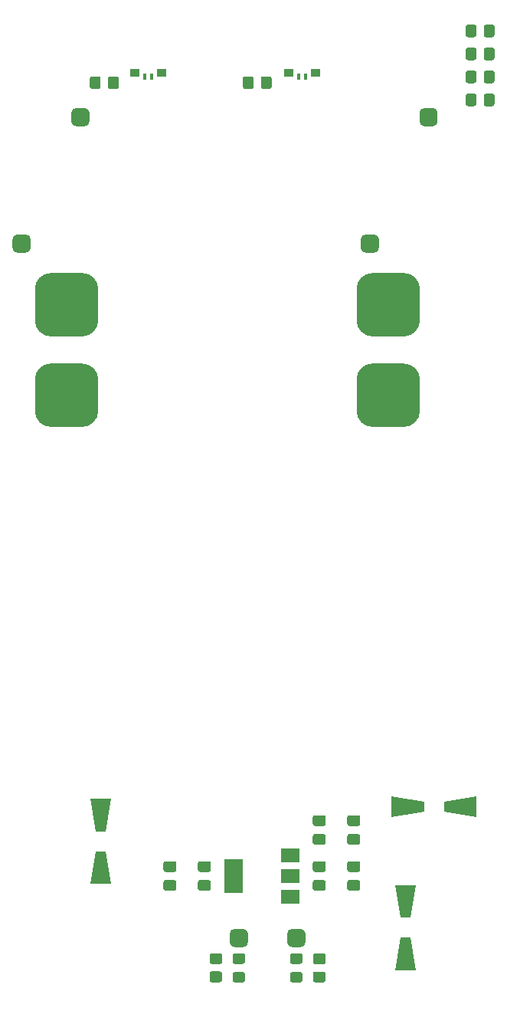
<source format=gbr>
%TF.GenerationSoftware,KiCad,Pcbnew,(5.1.12-1-10_14)*%
%TF.CreationDate,2021-12-28T18:18:38+00:00*%
%TF.ProjectId,pocket-operator-eurorack,706f636b-6574-42d6-9f70-657261746f72,rev?*%
%TF.SameCoordinates,Original*%
%TF.FileFunction,Paste,Bot*%
%TF.FilePolarity,Positive*%
%FSLAX46Y46*%
G04 Gerber Fmt 4.6, Leading zero omitted, Abs format (unit mm)*
G04 Created by KiCad (PCBNEW (5.1.12-1-10_14)) date 2021-12-28 18:18:38*
%MOMM*%
%LPD*%
G01*
G04 APERTURE LIST*
%ADD10C,0.100000*%
%ADD11R,0.400000X0.800000*%
%ADD12R,1.000000X0.900000*%
%ADD13R,2.000000X1.500000*%
%ADD14R,2.000000X3.800000*%
G04 APERTURE END LIST*
%TO.C,C1*%
G36*
G01*
X46195000Y-101150000D02*
X45245000Y-101150000D01*
G75*
G02*
X44995000Y-100900000I0J250000D01*
G01*
X44995000Y-100225000D01*
G75*
G02*
X45245000Y-99975000I250000J0D01*
G01*
X46195000Y-99975000D01*
G75*
G02*
X46445000Y-100225000I0J-250000D01*
G01*
X46445000Y-100900000D01*
G75*
G02*
X46195000Y-101150000I-250000J0D01*
G01*
G37*
G36*
G01*
X46195000Y-103225000D02*
X45245000Y-103225000D01*
G75*
G02*
X44995000Y-102975000I0J250000D01*
G01*
X44995000Y-102300000D01*
G75*
G02*
X45245000Y-102050000I250000J0D01*
G01*
X46195000Y-102050000D01*
G75*
G02*
X46445000Y-102300000I0J-250000D01*
G01*
X46445000Y-102975000D01*
G75*
G02*
X46195000Y-103225000I-250000J0D01*
G01*
G37*
%TD*%
%TO.C,C2*%
G36*
G01*
X45245000Y-96970000D02*
X46195000Y-96970000D01*
G75*
G02*
X46445000Y-97220000I0J-250000D01*
G01*
X46445000Y-97895000D01*
G75*
G02*
X46195000Y-98145000I-250000J0D01*
G01*
X45245000Y-98145000D01*
G75*
G02*
X44995000Y-97895000I0J250000D01*
G01*
X44995000Y-97220000D01*
G75*
G02*
X45245000Y-96970000I250000J0D01*
G01*
G37*
G36*
G01*
X45245000Y-94895000D02*
X46195000Y-94895000D01*
G75*
G02*
X46445000Y-95145000I0J-250000D01*
G01*
X46445000Y-95820000D01*
G75*
G02*
X46195000Y-96070000I-250000J0D01*
G01*
X45245000Y-96070000D01*
G75*
G02*
X44995000Y-95820000I0J250000D01*
G01*
X44995000Y-95145000D01*
G75*
G02*
X45245000Y-94895000I250000J0D01*
G01*
G37*
%TD*%
%TO.C,C3*%
G36*
G01*
X42385000Y-101150000D02*
X41435000Y-101150000D01*
G75*
G02*
X41185000Y-100900000I0J250000D01*
G01*
X41185000Y-100225000D01*
G75*
G02*
X41435000Y-99975000I250000J0D01*
G01*
X42385000Y-99975000D01*
G75*
G02*
X42635000Y-100225000I0J-250000D01*
G01*
X42635000Y-100900000D01*
G75*
G02*
X42385000Y-101150000I-250000J0D01*
G01*
G37*
G36*
G01*
X42385000Y-103225000D02*
X41435000Y-103225000D01*
G75*
G02*
X41185000Y-102975000I0J250000D01*
G01*
X41185000Y-102300000D01*
G75*
G02*
X41435000Y-102050000I250000J0D01*
G01*
X42385000Y-102050000D01*
G75*
G02*
X42635000Y-102300000I0J-250000D01*
G01*
X42635000Y-102975000D01*
G75*
G02*
X42385000Y-103225000I-250000J0D01*
G01*
G37*
%TD*%
%TO.C,C4*%
G36*
G01*
X41435000Y-96970000D02*
X42385000Y-96970000D01*
G75*
G02*
X42635000Y-97220000I0J-250000D01*
G01*
X42635000Y-97895000D01*
G75*
G02*
X42385000Y-98145000I-250000J0D01*
G01*
X41435000Y-98145000D01*
G75*
G02*
X41185000Y-97895000I0J250000D01*
G01*
X41185000Y-97220000D01*
G75*
G02*
X41435000Y-96970000I250000J0D01*
G01*
G37*
G36*
G01*
X41435000Y-94895000D02*
X42385000Y-94895000D01*
G75*
G02*
X42635000Y-95145000I0J-250000D01*
G01*
X42635000Y-95820000D01*
G75*
G02*
X42385000Y-96070000I-250000J0D01*
G01*
X41435000Y-96070000D01*
G75*
G02*
X41185000Y-95820000I0J250000D01*
G01*
X41185000Y-95145000D01*
G75*
G02*
X41435000Y-94895000I250000J0D01*
G01*
G37*
%TD*%
%TO.C,C5*%
G36*
G01*
X29685000Y-101150000D02*
X28735000Y-101150000D01*
G75*
G02*
X28485000Y-100900000I0J250000D01*
G01*
X28485000Y-100225000D01*
G75*
G02*
X28735000Y-99975000I250000J0D01*
G01*
X29685000Y-99975000D01*
G75*
G02*
X29935000Y-100225000I0J-250000D01*
G01*
X29935000Y-100900000D01*
G75*
G02*
X29685000Y-101150000I-250000J0D01*
G01*
G37*
G36*
G01*
X29685000Y-103225000D02*
X28735000Y-103225000D01*
G75*
G02*
X28485000Y-102975000I0J250000D01*
G01*
X28485000Y-102300000D01*
G75*
G02*
X28735000Y-102050000I250000J0D01*
G01*
X29685000Y-102050000D01*
G75*
G02*
X29935000Y-102300000I0J-250000D01*
G01*
X29935000Y-102975000D01*
G75*
G02*
X29685000Y-103225000I-250000J0D01*
G01*
G37*
%TD*%
%TO.C,C6*%
G36*
G01*
X25875000Y-101150000D02*
X24925000Y-101150000D01*
G75*
G02*
X24675000Y-100900000I0J250000D01*
G01*
X24675000Y-100225000D01*
G75*
G02*
X24925000Y-99975000I250000J0D01*
G01*
X25875000Y-99975000D01*
G75*
G02*
X26125000Y-100225000I0J-250000D01*
G01*
X26125000Y-100900000D01*
G75*
G02*
X25875000Y-101150000I-250000J0D01*
G01*
G37*
G36*
G01*
X25875000Y-103225000D02*
X24925000Y-103225000D01*
G75*
G02*
X24675000Y-102975000I0J250000D01*
G01*
X24675000Y-102300000D01*
G75*
G02*
X24925000Y-102050000I250000J0D01*
G01*
X25875000Y-102050000D01*
G75*
G02*
X26125000Y-102300000I0J-250000D01*
G01*
X26125000Y-102975000D01*
G75*
G02*
X25875000Y-103225000I-250000J0D01*
G01*
G37*
%TD*%
D10*
%TO.C,D1*%
G36*
X52585000Y-112015000D02*
G01*
X50285000Y-112015000D01*
X50885000Y-108415000D01*
X51985000Y-108415000D01*
X52585000Y-112015000D01*
G37*
G36*
X50285000Y-102615000D02*
G01*
X52585000Y-102615000D01*
X51985000Y-106215000D01*
X50885000Y-106215000D01*
X50285000Y-102615000D01*
G37*
%TD*%
%TO.C,D2*%
G36*
X49910000Y-95130000D02*
G01*
X49910000Y-92830000D01*
X53510000Y-93430000D01*
X53510000Y-94530000D01*
X49910000Y-95130000D01*
G37*
G36*
X59310000Y-92830000D02*
G01*
X59310000Y-95130000D01*
X55710000Y-94530000D01*
X55710000Y-93430000D01*
X59310000Y-92830000D01*
G37*
%TD*%
D11*
%TO.C,D3*%
X22600000Y-13335000D03*
X23400000Y-13335000D03*
D12*
X21500000Y-12885000D03*
X24500000Y-12885000D03*
%TD*%
D11*
%TO.C,D4*%
X39600000Y-13335000D03*
X40400000Y-13335000D03*
D12*
X38500000Y-12885000D03*
X41500000Y-12885000D03*
%TD*%
D10*
%TO.C,D5*%
G36*
X18930000Y-102490000D02*
G01*
X16630000Y-102490000D01*
X17230000Y-98890000D01*
X18330000Y-98890000D01*
X18930000Y-102490000D01*
G37*
G36*
X16630000Y-93090000D02*
G01*
X18930000Y-93090000D01*
X18330000Y-96690000D01*
X17230000Y-96690000D01*
X16630000Y-93090000D01*
G37*
%TD*%
%TO.C,J6*%
G36*
G01*
X8000000Y-32250000D02*
X8000000Y-31250000D01*
G75*
G02*
X8500000Y-30750000I500000J0D01*
G01*
X9500000Y-30750000D01*
G75*
G02*
X10000000Y-31250000I0J-500000D01*
G01*
X10000000Y-32250000D01*
G75*
G02*
X9500000Y-32750000I-500000J0D01*
G01*
X8500000Y-32750000D01*
G75*
G02*
X8000000Y-32250000I0J500000D01*
G01*
G37*
%TD*%
%TO.C,J7*%
G36*
G01*
X53000000Y-18280000D02*
X53000000Y-17280000D01*
G75*
G02*
X53500000Y-16780000I500000J0D01*
G01*
X54500000Y-16780000D01*
G75*
G02*
X55000000Y-17280000I0J-500000D01*
G01*
X55000000Y-18280000D01*
G75*
G02*
X54500000Y-18780000I-500000J0D01*
G01*
X53500000Y-18780000D01*
G75*
G02*
X53000000Y-18280000I0J500000D01*
G01*
G37*
%TD*%
%TO.C,J8*%
G36*
G01*
X14500000Y-18280000D02*
X14500000Y-17280000D01*
G75*
G02*
X15000000Y-16780000I500000J0D01*
G01*
X16000000Y-16780000D01*
G75*
G02*
X16500000Y-17280000I0J-500000D01*
G01*
X16500000Y-18280000D01*
G75*
G02*
X16000000Y-18780000I-500000J0D01*
G01*
X15000000Y-18780000D01*
G75*
G02*
X14500000Y-18280000I0J500000D01*
G01*
G37*
%TD*%
%TO.C,J9*%
G36*
G01*
X46500000Y-32250000D02*
X46500000Y-31250000D01*
G75*
G02*
X47000000Y-30750000I500000J0D01*
G01*
X48000000Y-30750000D01*
G75*
G02*
X48500000Y-31250000I0J-500000D01*
G01*
X48500000Y-32250000D01*
G75*
G02*
X48000000Y-32750000I-500000J0D01*
G01*
X47000000Y-32750000D01*
G75*
G02*
X46500000Y-32250000I0J500000D01*
G01*
G37*
%TD*%
%TO.C,J12*%
G36*
G01*
X10470000Y-50250000D02*
X10470000Y-46750000D01*
G75*
G02*
X12220000Y-45000000I1750000J0D01*
G01*
X15720000Y-45000000D01*
G75*
G02*
X17470000Y-46750000I0J-1750000D01*
G01*
X17470000Y-50250000D01*
G75*
G02*
X15720000Y-52000000I-1750000J0D01*
G01*
X12220000Y-52000000D01*
G75*
G02*
X10470000Y-50250000I0J1750000D01*
G01*
G37*
%TD*%
%TO.C,J13*%
G36*
G01*
X46030000Y-40250000D02*
X46030000Y-36750000D01*
G75*
G02*
X47780000Y-35000000I1750000J0D01*
G01*
X51280000Y-35000000D01*
G75*
G02*
X53030000Y-36750000I0J-1750000D01*
G01*
X53030000Y-40250000D01*
G75*
G02*
X51280000Y-42000000I-1750000J0D01*
G01*
X47780000Y-42000000D01*
G75*
G02*
X46030000Y-40250000I0J1750000D01*
G01*
G37*
%TD*%
%TO.C,J11*%
G36*
G01*
X10470000Y-40250000D02*
X10470000Y-36750000D01*
G75*
G02*
X12220000Y-35000000I1750000J0D01*
G01*
X15720000Y-35000000D01*
G75*
G02*
X17470000Y-36750000I0J-1750000D01*
G01*
X17470000Y-40250000D01*
G75*
G02*
X15720000Y-42000000I-1750000J0D01*
G01*
X12220000Y-42000000D01*
G75*
G02*
X10470000Y-40250000I0J1750000D01*
G01*
G37*
%TD*%
%TO.C,J10*%
G36*
G01*
X46030000Y-50250000D02*
X46030000Y-46750000D01*
G75*
G02*
X47780000Y-45000000I1750000J0D01*
G01*
X51280000Y-45000000D01*
G75*
G02*
X53030000Y-46750000I0J-1750000D01*
G01*
X53030000Y-50250000D01*
G75*
G02*
X51280000Y-52000000I-1750000J0D01*
G01*
X47780000Y-52000000D01*
G75*
G02*
X46030000Y-50250000I0J1750000D01*
G01*
G37*
%TD*%
%TO.C,R1*%
G36*
G01*
X59290000Y-15424999D02*
X59290000Y-16325001D01*
G75*
G02*
X59040001Y-16575000I-249999J0D01*
G01*
X58339999Y-16575000D01*
G75*
G02*
X58090000Y-16325001I0J249999D01*
G01*
X58090000Y-15424999D01*
G75*
G02*
X58339999Y-15175000I249999J0D01*
G01*
X59040001Y-15175000D01*
G75*
G02*
X59290000Y-15424999I0J-249999D01*
G01*
G37*
G36*
G01*
X61290000Y-15424999D02*
X61290000Y-16325001D01*
G75*
G02*
X61040001Y-16575000I-249999J0D01*
G01*
X60339999Y-16575000D01*
G75*
G02*
X60090000Y-16325001I0J249999D01*
G01*
X60090000Y-15424999D01*
G75*
G02*
X60339999Y-15175000I249999J0D01*
G01*
X61040001Y-15175000D01*
G75*
G02*
X61290000Y-15424999I0J-249999D01*
G01*
G37*
%TD*%
%TO.C,R2*%
G36*
G01*
X59290000Y-12884999D02*
X59290000Y-13785001D01*
G75*
G02*
X59040001Y-14035000I-249999J0D01*
G01*
X58339999Y-14035000D01*
G75*
G02*
X58090000Y-13785001I0J249999D01*
G01*
X58090000Y-12884999D01*
G75*
G02*
X58339999Y-12635000I249999J0D01*
G01*
X59040001Y-12635000D01*
G75*
G02*
X59290000Y-12884999I0J-249999D01*
G01*
G37*
G36*
G01*
X61290000Y-12884999D02*
X61290000Y-13785001D01*
G75*
G02*
X61040001Y-14035000I-249999J0D01*
G01*
X60339999Y-14035000D01*
G75*
G02*
X60090000Y-13785001I0J249999D01*
G01*
X60090000Y-12884999D01*
G75*
G02*
X60339999Y-12635000I249999J0D01*
G01*
X61040001Y-12635000D01*
G75*
G02*
X61290000Y-12884999I0J-249999D01*
G01*
G37*
%TD*%
%TO.C,R3*%
G36*
G01*
X59290000Y-10344999D02*
X59290000Y-11245001D01*
G75*
G02*
X59040001Y-11495000I-249999J0D01*
G01*
X58339999Y-11495000D01*
G75*
G02*
X58090000Y-11245001I0J249999D01*
G01*
X58090000Y-10344999D01*
G75*
G02*
X58339999Y-10095000I249999J0D01*
G01*
X59040001Y-10095000D01*
G75*
G02*
X59290000Y-10344999I0J-249999D01*
G01*
G37*
G36*
G01*
X61290000Y-10344999D02*
X61290000Y-11245001D01*
G75*
G02*
X61040001Y-11495000I-249999J0D01*
G01*
X60339999Y-11495000D01*
G75*
G02*
X60090000Y-11245001I0J249999D01*
G01*
X60090000Y-10344999D01*
G75*
G02*
X60339999Y-10095000I249999J0D01*
G01*
X61040001Y-10095000D01*
G75*
G02*
X61290000Y-10344999I0J-249999D01*
G01*
G37*
%TD*%
%TO.C,R4*%
G36*
G01*
X59290000Y-7804999D02*
X59290000Y-8705001D01*
G75*
G02*
X59040001Y-8955000I-249999J0D01*
G01*
X58339999Y-8955000D01*
G75*
G02*
X58090000Y-8705001I0J249999D01*
G01*
X58090000Y-7804999D01*
G75*
G02*
X58339999Y-7555000I249999J0D01*
G01*
X59040001Y-7555000D01*
G75*
G02*
X59290000Y-7804999I0J-249999D01*
G01*
G37*
G36*
G01*
X61290000Y-7804999D02*
X61290000Y-8705001D01*
G75*
G02*
X61040001Y-8955000I-249999J0D01*
G01*
X60339999Y-8955000D01*
G75*
G02*
X60090000Y-8705001I0J249999D01*
G01*
X60090000Y-7804999D01*
G75*
G02*
X60339999Y-7555000I249999J0D01*
G01*
X61040001Y-7555000D01*
G75*
G02*
X61290000Y-7804999I0J-249999D01*
G01*
G37*
%TD*%
%TO.C,R5*%
G36*
G01*
X17745000Y-13519999D02*
X17745000Y-14420001D01*
G75*
G02*
X17495001Y-14670000I-249999J0D01*
G01*
X16794999Y-14670000D01*
G75*
G02*
X16545000Y-14420001I0J249999D01*
G01*
X16545000Y-13519999D01*
G75*
G02*
X16794999Y-13270000I249999J0D01*
G01*
X17495001Y-13270000D01*
G75*
G02*
X17745000Y-13519999I0J-249999D01*
G01*
G37*
G36*
G01*
X19745000Y-13519999D02*
X19745000Y-14420001D01*
G75*
G02*
X19495001Y-14670000I-249999J0D01*
G01*
X18794999Y-14670000D01*
G75*
G02*
X18545000Y-14420001I0J249999D01*
G01*
X18545000Y-13519999D01*
G75*
G02*
X18794999Y-13270000I249999J0D01*
G01*
X19495001Y-13270000D01*
G75*
G02*
X19745000Y-13519999I0J-249999D01*
G01*
G37*
%TD*%
%TO.C,R6*%
G36*
G01*
X34652000Y-13519999D02*
X34652000Y-14420001D01*
G75*
G02*
X34402001Y-14670000I-249999J0D01*
G01*
X33701999Y-14670000D01*
G75*
G02*
X33452000Y-14420001I0J249999D01*
G01*
X33452000Y-13519999D01*
G75*
G02*
X33701999Y-13270000I249999J0D01*
G01*
X34402001Y-13270000D01*
G75*
G02*
X34652000Y-13519999I0J-249999D01*
G01*
G37*
G36*
G01*
X36652000Y-13519999D02*
X36652000Y-14420001D01*
G75*
G02*
X36402001Y-14670000I-249999J0D01*
G01*
X35701999Y-14670000D01*
G75*
G02*
X35452000Y-14420001I0J249999D01*
G01*
X35452000Y-13519999D01*
G75*
G02*
X35701999Y-13270000I249999J0D01*
G01*
X36402001Y-13270000D01*
G75*
G02*
X36652000Y-13519999I0J-249999D01*
G01*
G37*
%TD*%
D13*
%TO.C,U1*%
X38710000Y-99300000D03*
X38710000Y-103900000D03*
X38710000Y-101600000D03*
D14*
X32410000Y-101600000D03*
%TD*%
%TO.C,J16*%
G36*
G01*
X38370000Y-108958000D02*
X38370000Y-107958000D01*
G75*
G02*
X38870000Y-107458000I500000J0D01*
G01*
X39870000Y-107458000D01*
G75*
G02*
X40370000Y-107958000I0J-500000D01*
G01*
X40370000Y-108958000D01*
G75*
G02*
X39870000Y-109458000I-500000J0D01*
G01*
X38870000Y-109458000D01*
G75*
G02*
X38370000Y-108958000I0J500000D01*
G01*
G37*
%TD*%
%TO.C,J17*%
G36*
G01*
X32020000Y-108958000D02*
X32020000Y-107958000D01*
G75*
G02*
X32520000Y-107458000I500000J0D01*
G01*
X33520000Y-107458000D01*
G75*
G02*
X34020000Y-107958000I0J-500000D01*
G01*
X34020000Y-108958000D01*
G75*
G02*
X33520000Y-109458000I-500000J0D01*
G01*
X32520000Y-109458000D01*
G75*
G02*
X32020000Y-108958000I0J500000D01*
G01*
G37*
%TD*%
%TO.C,R7*%
G36*
G01*
X42360001Y-111360000D02*
X41459999Y-111360000D01*
G75*
G02*
X41210000Y-111110001I0J249999D01*
G01*
X41210000Y-110409999D01*
G75*
G02*
X41459999Y-110160000I249999J0D01*
G01*
X42360001Y-110160000D01*
G75*
G02*
X42610000Y-110409999I0J-249999D01*
G01*
X42610000Y-111110001D01*
G75*
G02*
X42360001Y-111360000I-249999J0D01*
G01*
G37*
G36*
G01*
X42360001Y-113360000D02*
X41459999Y-113360000D01*
G75*
G02*
X41210000Y-113110001I0J249999D01*
G01*
X41210000Y-112409999D01*
G75*
G02*
X41459999Y-112160000I249999J0D01*
G01*
X42360001Y-112160000D01*
G75*
G02*
X42610000Y-112409999I0J-249999D01*
G01*
X42610000Y-113110001D01*
G75*
G02*
X42360001Y-113360000I-249999J0D01*
G01*
G37*
%TD*%
%TO.C,R8*%
G36*
G01*
X30930001Y-111344000D02*
X30029999Y-111344000D01*
G75*
G02*
X29780000Y-111094001I0J249999D01*
G01*
X29780000Y-110393999D01*
G75*
G02*
X30029999Y-110144000I249999J0D01*
G01*
X30930001Y-110144000D01*
G75*
G02*
X31180000Y-110393999I0J-249999D01*
G01*
X31180000Y-111094001D01*
G75*
G02*
X30930001Y-111344000I-249999J0D01*
G01*
G37*
G36*
G01*
X30930001Y-113344000D02*
X30029999Y-113344000D01*
G75*
G02*
X29780000Y-113094001I0J249999D01*
G01*
X29780000Y-112393999D01*
G75*
G02*
X30029999Y-112144000I249999J0D01*
G01*
X30930001Y-112144000D01*
G75*
G02*
X31180000Y-112393999I0J-249999D01*
G01*
X31180000Y-113094001D01*
G75*
G02*
X30930001Y-113344000I-249999J0D01*
G01*
G37*
%TD*%
%TO.C,D6*%
G36*
G01*
X38919999Y-112210000D02*
X39820001Y-112210000D01*
G75*
G02*
X40070000Y-112459999I0J-249999D01*
G01*
X40070000Y-113110001D01*
G75*
G02*
X39820001Y-113360000I-249999J0D01*
G01*
X38919999Y-113360000D01*
G75*
G02*
X38670000Y-113110001I0J249999D01*
G01*
X38670000Y-112459999D01*
G75*
G02*
X38919999Y-112210000I249999J0D01*
G01*
G37*
G36*
G01*
X38919999Y-110160000D02*
X39820001Y-110160000D01*
G75*
G02*
X40070000Y-110409999I0J-249999D01*
G01*
X40070000Y-111060001D01*
G75*
G02*
X39820001Y-111310000I-249999J0D01*
G01*
X38919999Y-111310000D01*
G75*
G02*
X38670000Y-111060001I0J249999D01*
G01*
X38670000Y-110409999D01*
G75*
G02*
X38919999Y-110160000I249999J0D01*
G01*
G37*
%TD*%
%TO.C,D7*%
G36*
G01*
X32569999Y-112210000D02*
X33470001Y-112210000D01*
G75*
G02*
X33720000Y-112459999I0J-249999D01*
G01*
X33720000Y-113110001D01*
G75*
G02*
X33470001Y-113360000I-249999J0D01*
G01*
X32569999Y-113360000D01*
G75*
G02*
X32320000Y-113110001I0J249999D01*
G01*
X32320000Y-112459999D01*
G75*
G02*
X32569999Y-112210000I249999J0D01*
G01*
G37*
G36*
G01*
X32569999Y-110160000D02*
X33470001Y-110160000D01*
G75*
G02*
X33720000Y-110409999I0J-249999D01*
G01*
X33720000Y-111060001D01*
G75*
G02*
X33470001Y-111310000I-249999J0D01*
G01*
X32569999Y-111310000D01*
G75*
G02*
X32320000Y-111060001I0J249999D01*
G01*
X32320000Y-110409999D01*
G75*
G02*
X32569999Y-110160000I249999J0D01*
G01*
G37*
%TD*%
M02*

</source>
